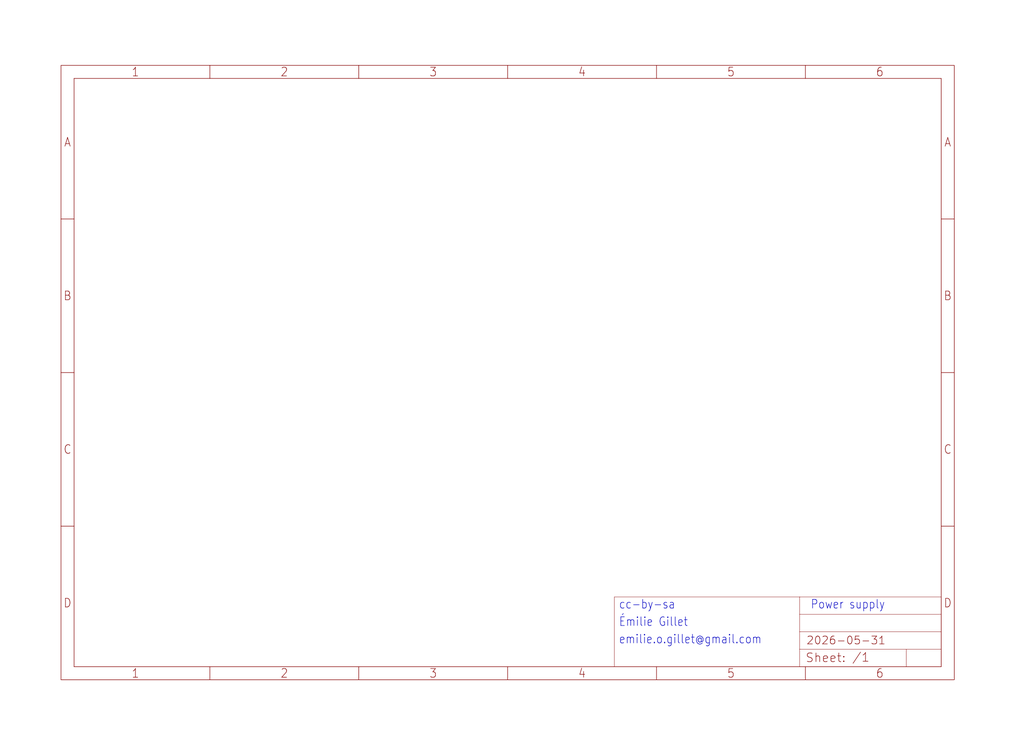
<source format=kicad_sch>
(kicad_sch (version 20230121) (generator eeschema)
  (paper "User" 298.45 217.17)
  (lib_symbols
    (symbol "mikrophonie_v2_panel-eagle-import:A4L-LOC"
      (symbol "A4L-LOC_1_0"
        (polyline (pts (xy 0 44.7675) (xy 3.81 44.7675)))
        (polyline (pts (xy 0 89.535) (xy 3.81 89.535)))
        (polyline (pts (xy 0 134.3025) (xy 3.81 134.3025)))
        (polyline (pts (xy 3.81 3.81) (xy 3.81 175.26)))
        (polyline (pts (xy 43.3917 0) (xy 43.3917 3.81)))
        (polyline (pts (xy 43.3917 175.26) (xy 43.3917 179.07)))
        (polyline (pts (xy 86.7833 0) (xy 86.7833 3.81)))
        (polyline (pts (xy 86.7833 175.26) (xy 86.7833 179.07)))
        (polyline (pts (xy 130.175 0) (xy 130.175 3.81)))
        (polyline (pts (xy 130.175 175.26) (xy 130.175 179.07)))
        (polyline (pts (xy 161.29 3.81) (xy 161.29 24.13)) (stroke (width 0.1016)))
        (polyline (pts (xy 161.29 24.13) (xy 215.265 24.13)) (stroke (width 0.1016)))
        (polyline (pts (xy 173.5667 0) (xy 173.5667 3.81)))
        (polyline (pts (xy 173.5667 175.26) (xy 173.5667 179.07)))
        (polyline (pts (xy 215.265 8.89) (xy 215.265 3.81)) (stroke (width 0.1016)))
        (polyline (pts (xy 215.265 8.89) (xy 215.265 13.97)) (stroke (width 0.1016)))
        (polyline (pts (xy 215.265 13.97) (xy 215.265 19.05)) (stroke (width 0.1016)))
        (polyline (pts (xy 215.265 13.97) (xy 256.54 13.97)) (stroke (width 0.1016)))
        (polyline (pts (xy 215.265 19.05) (xy 215.265 24.13)) (stroke (width 0.1016)))
        (polyline (pts (xy 215.265 19.05) (xy 256.54 19.05)) (stroke (width 0.1016)))
        (polyline (pts (xy 215.265 24.13) (xy 256.54 24.13)) (stroke (width 0.1016)))
        (polyline (pts (xy 216.9583 0) (xy 216.9583 3.81)))
        (polyline (pts (xy 216.9583 175.26) (xy 216.9583 179.07)))
        (polyline (pts (xy 246.38 3.81) (xy 246.38 8.89)) (stroke (width 0.1016)))
        (polyline (pts (xy 246.38 8.89) (xy 215.265 8.89)) (stroke (width 0.1016)))
        (polyline (pts (xy 246.38 8.89) (xy 256.54 8.89)) (stroke (width 0.1016)))
        (polyline (pts (xy 256.54 3.81) (xy 3.81 3.81)))
        (polyline (pts (xy 256.54 3.81) (xy 256.54 8.89)) (stroke (width 0.1016)))
        (polyline (pts (xy 256.54 3.81) (xy 256.54 175.26)))
        (polyline (pts (xy 256.54 8.89) (xy 256.54 13.97)) (stroke (width 0.1016)))
        (polyline (pts (xy 256.54 13.97) (xy 256.54 19.05)) (stroke (width 0.1016)))
        (polyline (pts (xy 256.54 19.05) (xy 256.54 24.13)) (stroke (width 0.1016)))
        (polyline (pts (xy 256.54 44.7675) (xy 260.35 44.7675)))
        (polyline (pts (xy 256.54 89.535) (xy 260.35 89.535)))
        (polyline (pts (xy 256.54 134.3025) (xy 260.35 134.3025)))
        (polyline (pts (xy 256.54 175.26) (xy 3.81 175.26)))
        (polyline (pts (xy 0 0) (xy 260.35 0) (xy 260.35 179.07) (xy 0 179.07) (xy 0 0)))
        (text "${#}/${##}" (at 230.505 5.08 0) (effects (font (size 2.54 2.54)) (justify left bottom)))
        (text "${CURRENT_DATE}" (at 217.17 10.16 0) (effects (font (size 2.286 2.286)) (justify left bottom)))
        (text "${PROJECTNAME}" (at 217.17 15.24 0) (effects (font (size 2.54 2.54)) (justify left bottom)))
        (text "1" (at 21.6958 1.905 0) (effects (font (size 2.54 2.286))))
        (text "1" (at 21.6958 177.165 0) (effects (font (size 2.54 2.286))))
        (text "2" (at 65.0875 1.905 0) (effects (font (size 2.54 2.286))))
        (text "2" (at 65.0875 177.165 0) (effects (font (size 2.54 2.286))))
        (text "3" (at 108.4792 1.905 0) (effects (font (size 2.54 2.286))))
        (text "3" (at 108.4792 177.165 0) (effects (font (size 2.54 2.286))))
        (text "4" (at 151.8708 1.905 0) (effects (font (size 2.54 2.286))))
        (text "4" (at 151.8708 177.165 0) (effects (font (size 2.54 2.286))))
        (text "5" (at 195.2625 1.905 0) (effects (font (size 2.54 2.286))))
        (text "5" (at 195.2625 177.165 0) (effects (font (size 2.54 2.286))))
        (text "6" (at 238.6542 1.905 0) (effects (font (size 2.54 2.286))))
        (text "6" (at 238.6542 177.165 0) (effects (font (size 2.54 2.286))))
        (text "A" (at 1.905 156.6863 0) (effects (font (size 2.54 2.286))))
        (text "A" (at 258.445 156.6863 0) (effects (font (size 2.54 2.286))))
        (text "B" (at 1.905 111.9188 0) (effects (font (size 2.54 2.286))))
        (text "B" (at 258.445 111.9188 0) (effects (font (size 2.54 2.286))))
        (text "C" (at 1.905 67.1513 0) (effects (font (size 2.54 2.286))))
        (text "C" (at 258.445 67.1513 0) (effects (font (size 2.54 2.286))))
        (text "D" (at 1.905 22.3838 0) (effects (font (size 2.54 2.286))))
        (text "D" (at 258.445 22.3838 0) (effects (font (size 2.54 2.286))))
        (text "Sheet:" (at 216.916 4.953 0) (effects (font (size 2.54 2.54)) (justify left bottom)))
      )
    )
  )
  (text "emilie.o.gillet@gmail.com" (at 180.34 187.96 0) (effects (font (size 2.54 2.159)) (justify left bottom)))
  (text "Power supply" (at 236.22 177.8 0) (effects (font (size 2.54 2.159)) (justify left bottom)))
  (text "Émilie Gillet" (at 180.34 182.88 0) (effects (font (size 2.54 2.159)) (justify left bottom)))
  (text "cc-by-sa" (at 180.34 177.8 0) (effects (font (size 2.54 2.159)) (justify left bottom)))
  (symbol (lib_id "mikrophonie_v2_panel-eagle-import:A4L-LOC") (at 17.78 198.12 0) (unit 1)
    (property "Reference" "#FRAME8" (effects hide))
    (property "Value" "A4L-LOC" (effects hide))
  )
)
</source>
